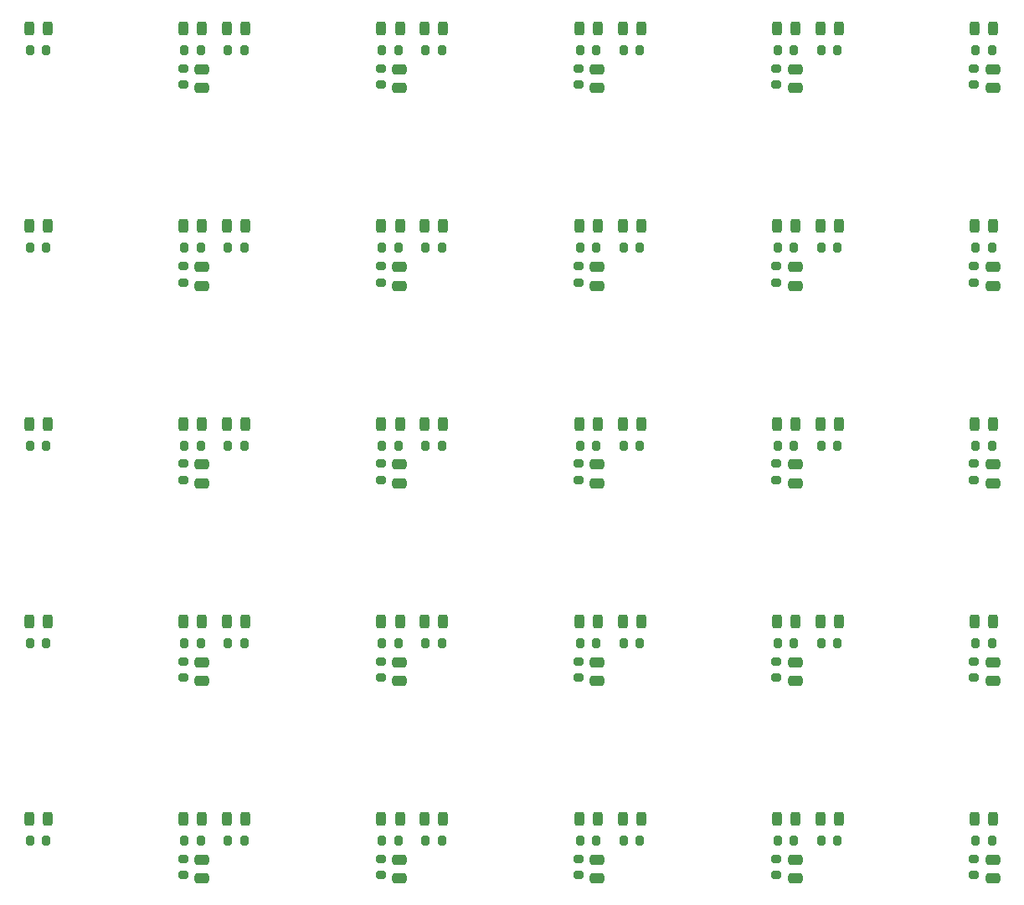
<source format=gbr>
%TF.GenerationSoftware,KiCad,Pcbnew,7.0.7*%
%TF.CreationDate,2023-09-01T19:11:28-06:00*%
%TF.ProjectId,chc-panel-1.0,6368632d-7061-46e6-956c-2d312e302e6b,1.0*%
%TF.SameCoordinates,PX558b6a0PY92dda80*%
%TF.FileFunction,Paste,Top*%
%TF.FilePolarity,Positive*%
%FSLAX46Y46*%
G04 Gerber Fmt 4.6, Leading zero omitted, Abs format (unit mm)*
G04 Created by KiCad (PCBNEW 7.0.7) date 2023-09-01 19:11:28*
%MOMM*%
%LPD*%
G01*
G04 APERTURE LIST*
G04 Aperture macros list*
%AMRoundRect*
0 Rectangle with rounded corners*
0 $1 Rounding radius*
0 $2 $3 $4 $5 $6 $7 $8 $9 X,Y pos of 4 corners*
0 Add a 4 corners polygon primitive as box body*
4,1,4,$2,$3,$4,$5,$6,$7,$8,$9,$2,$3,0*
0 Add four circle primitives for the rounded corners*
1,1,$1+$1,$2,$3*
1,1,$1+$1,$4,$5*
1,1,$1+$1,$6,$7*
1,1,$1+$1,$8,$9*
0 Add four rect primitives between the rounded corners*
20,1,$1+$1,$2,$3,$4,$5,0*
20,1,$1+$1,$4,$5,$6,$7,0*
20,1,$1+$1,$6,$7,$8,$9,0*
20,1,$1+$1,$8,$9,$2,$3,0*%
G04 Aperture macros list end*
%ADD10RoundRect,0.243750X-0.243750X-0.456250X0.243750X-0.456250X0.243750X0.456250X-0.243750X0.456250X0*%
%ADD11RoundRect,0.250000X-0.475000X0.250000X-0.475000X-0.250000X0.475000X-0.250000X0.475000X0.250000X0*%
%ADD12RoundRect,0.200000X0.200000X0.275000X-0.200000X0.275000X-0.200000X-0.275000X0.200000X-0.275000X0*%
%ADD13RoundRect,0.200000X-0.275000X0.200000X-0.275000X-0.200000X0.275000X-0.200000X0.275000X0.200000X0*%
G04 APERTURE END LIST*
D10*
%TO.C,D1-13*%
X61307500Y63455000D03*
X63182500Y63455000D03*
%TD*%
D11*
%TO.C,C1-22*%
X58745000Y19325000D03*
X58745000Y17425000D03*
%TD*%
D12*
%TO.C,R3-14*%
X98650000Y61267500D03*
X97000000Y61267500D03*
%TD*%
D10*
%TO.C,D2-8*%
X76907500Y83455000D03*
X78782500Y83455000D03*
%TD*%
%TO.C,D1-23*%
X61307500Y23455000D03*
X63182500Y23455000D03*
%TD*%
D11*
%TO.C,C1-15*%
X18745000Y39325000D03*
X18745000Y37425000D03*
%TD*%
D12*
%TO.C,R1-19*%
X83050000Y41267500D03*
X81400000Y41267500D03*
%TD*%
D11*
%TO.C,C1-24*%
X98745000Y19325000D03*
X98745000Y17425000D03*
%TD*%
D10*
%TO.C,D1-19*%
X81307500Y43455000D03*
X83182500Y43455000D03*
%TD*%
D12*
%TO.C,R3-6*%
X38650000Y81267500D03*
X37000000Y81267500D03*
%TD*%
D11*
%TO.C,C1-0*%
X18745000Y99325000D03*
X18745000Y97425000D03*
%TD*%
D13*
%TO.C,R2-14*%
X96855000Y59420000D03*
X96855000Y57770000D03*
%TD*%
D12*
%TO.C,R3-5*%
X18650000Y81267500D03*
X17000000Y81267500D03*
%TD*%
%TO.C,R3-4*%
X98650000Y101267500D03*
X97000000Y101267500D03*
%TD*%
D11*
%TO.C,C1-17*%
X58745000Y39325000D03*
X58745000Y37425000D03*
%TD*%
D10*
%TO.C,D1-17*%
X41307500Y43455000D03*
X43182500Y43455000D03*
%TD*%
D12*
%TO.C,R1-24*%
X83050000Y21267500D03*
X81400000Y21267500D03*
%TD*%
D13*
%TO.C,R2-2*%
X56855000Y99420000D03*
X56855000Y97770000D03*
%TD*%
D10*
%TO.C,D1-3*%
X61307500Y103455000D03*
X63182500Y103455000D03*
%TD*%
%TO.C,D2-2*%
X56907500Y103455000D03*
X58782500Y103455000D03*
%TD*%
%TO.C,D2-15*%
X16907500Y43455000D03*
X18782500Y43455000D03*
%TD*%
%TO.C,D2-17*%
X56907500Y43455000D03*
X58782500Y43455000D03*
%TD*%
D12*
%TO.C,R3-16*%
X38650000Y41267500D03*
X37000000Y41267500D03*
%TD*%
D10*
%TO.C,D2-10*%
X16907500Y63455000D03*
X18782500Y63455000D03*
%TD*%
D12*
%TO.C,R3-13*%
X78650000Y61267500D03*
X77000000Y61267500D03*
%TD*%
%TO.C,R3-0*%
X18650000Y101267500D03*
X17000000Y101267500D03*
%TD*%
D13*
%TO.C,R2-7*%
X56855000Y79420000D03*
X56855000Y77770000D03*
%TD*%
%TO.C,R2-6*%
X36855000Y79420000D03*
X36855000Y77770000D03*
%TD*%
%TO.C,R2-5*%
X16855000Y79420000D03*
X16855000Y77770000D03*
%TD*%
D10*
%TO.C,D1-4*%
X81307500Y103455000D03*
X83182500Y103455000D03*
%TD*%
%TO.C,D2-0*%
X16907500Y103455000D03*
X18782500Y103455000D03*
%TD*%
D12*
%TO.C,R1-14*%
X83050000Y61267500D03*
X81400000Y61267500D03*
%TD*%
D13*
%TO.C,R2-4*%
X96855000Y99420000D03*
X96855000Y97770000D03*
%TD*%
D10*
%TO.C,D1-18*%
X61307500Y43455000D03*
X63182500Y43455000D03*
%TD*%
D12*
%TO.C,R1-23*%
X63050000Y21267500D03*
X61400000Y21267500D03*
%TD*%
%TO.C,R3-8*%
X78650000Y81267500D03*
X77000000Y81267500D03*
%TD*%
D13*
%TO.C,R2-24*%
X96855000Y19420000D03*
X96855000Y17770000D03*
%TD*%
D10*
%TO.C,D1-11*%
X21307500Y63455000D03*
X23182500Y63455000D03*
%TD*%
D12*
%TO.C,R1-9*%
X83050000Y81267500D03*
X81400000Y81267500D03*
%TD*%
%TO.C,R1-18*%
X63050000Y41267500D03*
X61400000Y41267500D03*
%TD*%
D10*
%TO.C,D2-11*%
X36907500Y63455000D03*
X38782500Y63455000D03*
%TD*%
%TO.C,D2-19*%
X96907500Y43455000D03*
X98782500Y43455000D03*
%TD*%
%TO.C,D1-2*%
X41307500Y103455000D03*
X43182500Y103455000D03*
%TD*%
D13*
%TO.C,R2-15*%
X16855000Y39420000D03*
X16855000Y37770000D03*
%TD*%
D12*
%TO.C,R3-19*%
X98650000Y41267500D03*
X97000000Y41267500D03*
%TD*%
%TO.C,R1-2*%
X43050000Y101267500D03*
X41400000Y101267500D03*
%TD*%
D13*
%TO.C,R2-16*%
X36855000Y39420000D03*
X36855000Y37770000D03*
%TD*%
D10*
%TO.C,D1-20*%
X1307500Y23455000D03*
X3182500Y23455000D03*
%TD*%
D12*
%TO.C,R1-12*%
X43050000Y61267500D03*
X41400000Y61267500D03*
%TD*%
%TO.C,R3-12*%
X58650000Y61267500D03*
X57000000Y61267500D03*
%TD*%
%TO.C,R3-3*%
X78650000Y101267500D03*
X77000000Y101267500D03*
%TD*%
%TO.C,R3-22*%
X58650000Y21267500D03*
X57000000Y21267500D03*
%TD*%
D11*
%TO.C,C1-20*%
X18745000Y19325000D03*
X18745000Y17425000D03*
%TD*%
D13*
%TO.C,R2-3*%
X76855000Y99420000D03*
X76855000Y97770000D03*
%TD*%
D12*
%TO.C,R3-2*%
X58650000Y101267500D03*
X57000000Y101267500D03*
%TD*%
%TO.C,R1-15*%
X3050000Y41267500D03*
X1400000Y41267500D03*
%TD*%
D10*
%TO.C,D2-20*%
X16907500Y23455000D03*
X18782500Y23455000D03*
%TD*%
D12*
%TO.C,R3-7*%
X58650000Y81267500D03*
X57000000Y81267500D03*
%TD*%
D10*
%TO.C,D1-21*%
X21307500Y23455000D03*
X23182500Y23455000D03*
%TD*%
%TO.C,D2-4*%
X96907500Y103455000D03*
X98782500Y103455000D03*
%TD*%
D12*
%TO.C,R1-4*%
X83050000Y101267500D03*
X81400000Y101267500D03*
%TD*%
D11*
%TO.C,C1-5*%
X18745000Y79325000D03*
X18745000Y77425000D03*
%TD*%
%TO.C,C1-10*%
X18745000Y59325000D03*
X18745000Y57425000D03*
%TD*%
D10*
%TO.C,D1-1*%
X21307500Y103455000D03*
X23182500Y103455000D03*
%TD*%
D12*
%TO.C,R1-1*%
X23050000Y101267500D03*
X21400000Y101267500D03*
%TD*%
D10*
%TO.C,D1-16*%
X21307500Y43455000D03*
X23182500Y43455000D03*
%TD*%
D11*
%TO.C,C1-12*%
X58745000Y59325000D03*
X58745000Y57425000D03*
%TD*%
%TO.C,C1-4*%
X98745000Y99325000D03*
X98745000Y97425000D03*
%TD*%
D13*
%TO.C,R2-20*%
X16855000Y19420000D03*
X16855000Y17770000D03*
%TD*%
D12*
%TO.C,R1-3*%
X63050000Y101267500D03*
X61400000Y101267500D03*
%TD*%
D11*
%TO.C,C1-23*%
X78745000Y19325000D03*
X78745000Y17425000D03*
%TD*%
D10*
%TO.C,D1-14*%
X81307500Y63455000D03*
X83182500Y63455000D03*
%TD*%
%TO.C,D2-1*%
X36907500Y103455000D03*
X38782500Y103455000D03*
%TD*%
D11*
%TO.C,C1-13*%
X78745000Y59325000D03*
X78745000Y57425000D03*
%TD*%
D13*
%TO.C,R2-13*%
X76855000Y59420000D03*
X76855000Y57770000D03*
%TD*%
D11*
%TO.C,C1-3*%
X78745000Y99325000D03*
X78745000Y97425000D03*
%TD*%
D10*
%TO.C,D1-6*%
X21307500Y83455000D03*
X23182500Y83455000D03*
%TD*%
D12*
%TO.C,R1-16*%
X23050000Y41267500D03*
X21400000Y41267500D03*
%TD*%
%TO.C,R1-5*%
X3050000Y81267500D03*
X1400000Y81267500D03*
%TD*%
%TO.C,R1-6*%
X23050000Y81267500D03*
X21400000Y81267500D03*
%TD*%
%TO.C,R3-1*%
X38650000Y101267500D03*
X37000000Y101267500D03*
%TD*%
%TO.C,R1-7*%
X43050000Y81267500D03*
X41400000Y81267500D03*
%TD*%
D13*
%TO.C,R2-18*%
X76855000Y39420000D03*
X76855000Y37770000D03*
%TD*%
%TO.C,R2-12*%
X56855000Y59420000D03*
X56855000Y57770000D03*
%TD*%
D10*
%TO.C,D1-10*%
X1307500Y63455000D03*
X3182500Y63455000D03*
%TD*%
D12*
%TO.C,R1-13*%
X63050000Y61267500D03*
X61400000Y61267500D03*
%TD*%
D13*
%TO.C,R2-10*%
X16855000Y59420000D03*
X16855000Y57770000D03*
%TD*%
D10*
%TO.C,D2-14*%
X96907500Y63455000D03*
X98782500Y63455000D03*
%TD*%
%TO.C,D2-3*%
X76907500Y103455000D03*
X78782500Y103455000D03*
%TD*%
%TO.C,D2-18*%
X76907500Y43455000D03*
X78782500Y43455000D03*
%TD*%
D13*
%TO.C,R2-1*%
X36855000Y99420000D03*
X36855000Y97770000D03*
%TD*%
D10*
%TO.C,D1-22*%
X41307500Y23455000D03*
X43182500Y23455000D03*
%TD*%
D11*
%TO.C,C1-6*%
X38745000Y79325000D03*
X38745000Y77425000D03*
%TD*%
D10*
%TO.C,D2-21*%
X36907500Y23455000D03*
X38782500Y23455000D03*
%TD*%
%TO.C,D2-12*%
X56907500Y63455000D03*
X58782500Y63455000D03*
%TD*%
%TO.C,D1-24*%
X81307500Y23455000D03*
X83182500Y23455000D03*
%TD*%
D12*
%TO.C,R1-20*%
X3050000Y21267500D03*
X1400000Y21267500D03*
%TD*%
D10*
%TO.C,D2-24*%
X96907500Y23455000D03*
X98782500Y23455000D03*
%TD*%
D11*
%TO.C,C1-14*%
X98745000Y59325000D03*
X98745000Y57425000D03*
%TD*%
D10*
%TO.C,D2-22*%
X56907500Y23455000D03*
X58782500Y23455000D03*
%TD*%
%TO.C,D1-9*%
X81307500Y83455000D03*
X83182500Y83455000D03*
%TD*%
D12*
%TO.C,R3-24*%
X98650000Y21267500D03*
X97000000Y21267500D03*
%TD*%
%TO.C,R3-23*%
X78650000Y21267500D03*
X77000000Y21267500D03*
%TD*%
%TO.C,R1-10*%
X3050000Y61267500D03*
X1400000Y61267500D03*
%TD*%
D10*
%TO.C,D2-6*%
X36907500Y83455000D03*
X38782500Y83455000D03*
%TD*%
%TO.C,D1-15*%
X1307500Y43455000D03*
X3182500Y43455000D03*
%TD*%
%TO.C,D1-12*%
X41307500Y63455000D03*
X43182500Y63455000D03*
%TD*%
%TO.C,D1-5*%
X1307500Y83455000D03*
X3182500Y83455000D03*
%TD*%
D11*
%TO.C,C1-19*%
X98745000Y39325000D03*
X98745000Y37425000D03*
%TD*%
D12*
%TO.C,R3-21*%
X38650000Y21267500D03*
X37000000Y21267500D03*
%TD*%
D10*
%TO.C,D1-0*%
X1307500Y103455000D03*
X3182500Y103455000D03*
%TD*%
%TO.C,D2-5*%
X16907500Y83455000D03*
X18782500Y83455000D03*
%TD*%
D11*
%TO.C,C1-9*%
X98745000Y79325000D03*
X98745000Y77425000D03*
%TD*%
D13*
%TO.C,R2-17*%
X56855000Y39420000D03*
X56855000Y37770000D03*
%TD*%
D11*
%TO.C,C1-16*%
X38745000Y39325000D03*
X38745000Y37425000D03*
%TD*%
%TO.C,C1-21*%
X38745000Y19325000D03*
X38745000Y17425000D03*
%TD*%
D13*
%TO.C,R2-21*%
X36855000Y19420000D03*
X36855000Y17770000D03*
%TD*%
%TO.C,R2-22*%
X56855000Y19420000D03*
X56855000Y17770000D03*
%TD*%
D11*
%TO.C,C1-7*%
X58745000Y79325000D03*
X58745000Y77425000D03*
%TD*%
D10*
%TO.C,D1-7*%
X41307500Y83455000D03*
X43182500Y83455000D03*
%TD*%
%TO.C,D2-23*%
X76907500Y23455000D03*
X78782500Y23455000D03*
%TD*%
D13*
%TO.C,R2-0*%
X16855000Y99420000D03*
X16855000Y97770000D03*
%TD*%
D11*
%TO.C,C1-18*%
X78745000Y39325000D03*
X78745000Y37425000D03*
%TD*%
D12*
%TO.C,R1-0*%
X3050000Y101267500D03*
X1400000Y101267500D03*
%TD*%
%TO.C,R1-11*%
X23050000Y61267500D03*
X21400000Y61267500D03*
%TD*%
D11*
%TO.C,C1-11*%
X38745000Y59325000D03*
X38745000Y57425000D03*
%TD*%
D12*
%TO.C,R1-8*%
X63050000Y81267500D03*
X61400000Y81267500D03*
%TD*%
D13*
%TO.C,R2-11*%
X36855000Y59420000D03*
X36855000Y57770000D03*
%TD*%
D12*
%TO.C,R1-21*%
X23050000Y21267500D03*
X21400000Y21267500D03*
%TD*%
D10*
%TO.C,D2-9*%
X96907500Y83455000D03*
X98782500Y83455000D03*
%TD*%
%TO.C,D2-16*%
X36907500Y43455000D03*
X38782500Y43455000D03*
%TD*%
D11*
%TO.C,C1-8*%
X78745000Y79325000D03*
X78745000Y77425000D03*
%TD*%
D12*
%TO.C,R3-18*%
X78650000Y41267500D03*
X77000000Y41267500D03*
%TD*%
D13*
%TO.C,R2-23*%
X76855000Y19420000D03*
X76855000Y17770000D03*
%TD*%
D12*
%TO.C,R1-17*%
X43050000Y41267500D03*
X41400000Y41267500D03*
%TD*%
D11*
%TO.C,C1-2*%
X58745000Y99325000D03*
X58745000Y97425000D03*
%TD*%
D12*
%TO.C,R3-10*%
X18650000Y61267500D03*
X17000000Y61267500D03*
%TD*%
D10*
%TO.C,D2-7*%
X56907500Y83455000D03*
X58782500Y83455000D03*
%TD*%
D12*
%TO.C,R3-9*%
X98650000Y81267500D03*
X97000000Y81267500D03*
%TD*%
D13*
%TO.C,R2-19*%
X96855000Y39420000D03*
X96855000Y37770000D03*
%TD*%
D12*
%TO.C,R1-22*%
X43050000Y21267500D03*
X41400000Y21267500D03*
%TD*%
D10*
%TO.C,D1-8*%
X61307500Y83455000D03*
X63182500Y83455000D03*
%TD*%
D11*
%TO.C,C1-1*%
X38745000Y99325000D03*
X38745000Y97425000D03*
%TD*%
D13*
%TO.C,R2-8*%
X76855000Y79420000D03*
X76855000Y77770000D03*
%TD*%
D12*
%TO.C,R3-20*%
X18650000Y21267500D03*
X17000000Y21267500D03*
%TD*%
D10*
%TO.C,D2-13*%
X76907500Y63455000D03*
X78782500Y63455000D03*
%TD*%
D12*
%TO.C,R3-11*%
X38650000Y61267500D03*
X37000000Y61267500D03*
%TD*%
D13*
%TO.C,R2-9*%
X96855000Y79420000D03*
X96855000Y77770000D03*
%TD*%
D12*
%TO.C,R3-17*%
X58650000Y41267500D03*
X57000000Y41267500D03*
%TD*%
%TO.C,R3-15*%
X18650000Y41267500D03*
X17000000Y41267500D03*
%TD*%
M02*

</source>
